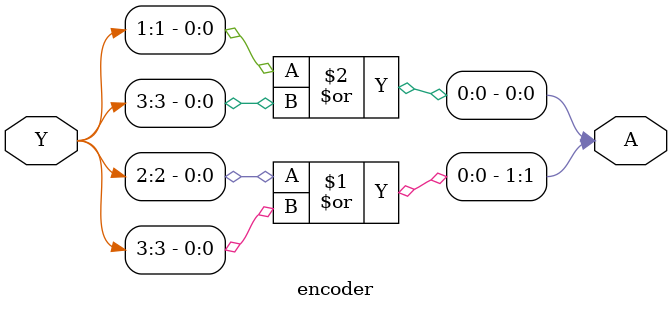
<source format=v>
module encoder (
    input [3:0]Y,
    output [1:0]A //during assign
    // output reg [1:0]A //during if or case
);

//using assign statement
// /*
assign A[1] = Y[2] | Y[3];
assign A[0] = Y[1] | Y[3];
// */

//using if statement
/*
always @ (*) 
begin
    if (Y == 4'b0001)
        A = 2'b00;
    else if (Y == 4'b0010)
        A = 2'b01;
    else if (Y == 4'b0100)
        A = 2'b10;
    else 
        A = 2'b11;
    
end
*/

//using case statement
// always @ (*)
//     begin
//         case (Y)
//             (4'b0001) : A = 2'b00;
//             (4'b0010) : A = 2'b01;
//             (4'b0100) : A = 2'b10;
//             (4'b1000) : A = 2'b11;
//         endcase
//     end



endmodule
</source>
